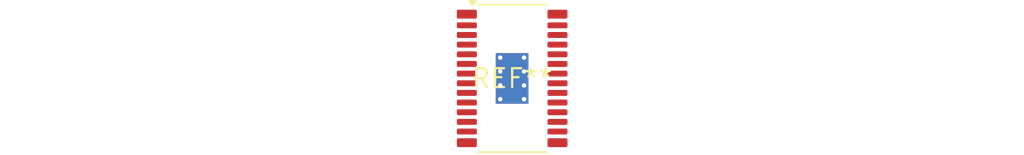
<source format=kicad_pcb>
(kicad_pcb (version 20240108) (generator pcbnew)
  (layers (0 "F.Cu" signal) (31 "B.Cu" signal) (34 "B.Paste" user) (35 "F.Paste" user) (36 "B.SilkS" user "B.Silkscreen") (37 "F.SilkS" user "F.Silkscreen") (38 "B.Mask" user) (39 "F.Mask" user) (44 "Edge.Cuts" user))
  (net 0 "")
  (footprint "NXP_HTSSOP-28-1EP_4.4x9.7mm_P0.65mm_EP2.2x3.4mm_ThermalVias" (layer "F.Cu") (at 0 0)
    (property "Reference" "REF**")
    (property "Value" "NXP_HTSSOP-28-1EP_4.4x9.7mm_P0.65mm_EP2.2x3.4mm_ThermalVias")
    (fp_line (start 0 -4.96) (end -2.31 -4.96) (layer "F.SilkS") (stroke (width 0.12)))
    (fp_line (start 0 -4.96) (end 2.31 -4.96) (layer "F.SilkS") (stroke (width 0.12)))
    (fp_line (start 0 4.96) (end -2.31 4.96) (layer "F.SilkS") (stroke (width 0.12)))
    (fp_line (start 0 4.96) (end 2.31 4.96) (layer "F.SilkS") (stroke (width 0.12)))
    (fp_poly (pts (xy -2.66 -4.89) (xy -2.42 -5.22) (xy -2.9 -5.22) (xy -2.66 -4.89)) (layer "F.SilkS") (stroke (width 0.12)) (fill solid))
    (pad "1" smd roundrect (at -3.05 -4.325) (size 1.35 0.6) (layers "F.Cu" "F.Paste" "F.Mask") (roundrect_rratio 0.1666666667))
    (pad "2" smd roundrect (at -3.05 -3.575) (size 1.35 0.4) (layers "F.Cu" "F.Paste" "F.Mask"))
    (pad "3" smd roundrect (at -3.05 -2.925) (size 1.35 0.4) (layers "F.Cu" "F.Paste" "F.Mask"))
    (pad "4" smd roundrect (at -3.05 -2.275) (size 1.35 0.4) (layers "F.Cu" "F.Paste" "F.Mask"))
    (pad "5" smd roundrect (at -3.05 -1.625) (size 1.35 0.4) (layers "F.Cu" "F.Paste" "F.Mask"))
    (pad "6" smd roundrect (at -3.05 -0.975) (size 1.35 0.4) (layers "F.Cu" "F.Paste" "F.Mask"))
    (pad "7" smd roundrect (at -3.05 -0.325) (size 1.35 0.4) (layers "F.Cu" "F.Paste" "F.Mask"))
    (pad "8" smd roundrect (at -3.05 0.325) (size 1.35 0.4) (layers "F.Cu" "F.Paste" "F.Mask"))
    (pad "9" smd roundrect (at -3.05 0.975) (size 1.35 0.4) (layers "F.Cu" "F.Paste" "F.Mask"))
    (pad "10" smd roundrect (at -3.05 1.625) (size 1.35 0.4) (layers "F.Cu" "F.Paste" "F.Mask"))
    (pad "11" smd roundrect (at -3.05 2.275) (size 1.35 0.4) (layers "F.Cu" "F.Paste" "F.Mask"))
    (pad "12" smd roundrect (at -3.05 2.925) (size 1.35 0.4) (layers "F.Cu" "F.Paste" "F.Mask"))
    (pad "13" smd roundrect (at -3.05 3.575) (size 1.35 0.4) (layers "F.Cu" "F.Paste" "F.Mask"))
    (pad "14" smd roundrect (at -3.05 4.325) (size 1.35 0.6) (layers "F.Cu" "F.Paste" "F.Mask") (roundrect_rratio 0.1666666667))
    (pad "15" smd roundrect (at 3.05 4.325) (size 1.35 0.6) (layers "F.Cu" "F.Paste" "F.Mask") (roundrect_rratio 0.1666666667))
    (pad "16" smd roundrect (at 3.05 3.575) (size 1.35 0.4) (layers "F.Cu" "F.Paste" "F.Mask"))
    (pad "17" smd roundrect (at 3.05 2.925) (size 1.35 0.4) (layers "F.Cu" "F.Paste" "F.Mask"))
    (pad "18" smd roundrect (at 3.05 2.275) (size 1.35 0.4) (layers "F.Cu" "F.Paste" "F.Mask"))
    (pad "19" smd roundrect (at 3.05 1.625) (size 1.35 0.4) (layers "F.Cu" "F.Paste" "F.Mask"))
    (pad "20" smd roundrect (at 3.05 0.975) (size 1.35 0.4) (layers "F.Cu" "F.Paste" "F.Mask"))
    (pad "21" smd roundrect (at 3.05 0.325) (size 1.35 0.4) (layers "F.Cu" "F.Paste" "F.Mask"))
    (pad "22" smd roundrect (at 3.05 -0.325) (size 1.35 0.4) (layers "F.Cu" "F.Paste" "F.Mask"))
    (pad "23" smd roundrect (at 3.05 -0.975) (size 1.35 0.4) (layers "F.Cu" "F.Paste" "F.Mask"))
    (pad "24" smd roundrect (at 3.05 -1.625) (size 1.35 0.4) (layers "F.Cu" "F.Paste" "F.Mask"))
    (pad "25" smd roundrect (at 3.05 -2.275) (size 1.35 0.4) (layers "F.Cu" "F.Paste" "F.Mask"))
    (pad "26" smd roundrect (at 3.05 -2.925) (size 1.35 0.4) (layers "F.Cu" "F.Paste" "F.Mask"))
    (pad "27" smd roundrect (at 3.05 -3.575) (size 1.35 0.4) (layers "F.Cu" "F.Paste" "F.Mask"))
    (pad "28" smd roundrect (at 3.05 -4.325) (size 1.35 0.6) (layers "F.Cu" "F.Paste" "F.Mask") (roundrect_rratio 0.1666666667))
    (pad "29" thru_hole circle (at -0.8 -1.4) (size 0.6 0.6) (drill 0.3) (layers *.Cu) (remove_unused_layers))
    (pad "29" thru_hole circle (at -0.8 -0.47) (size 0.6 0.6) (drill 0.3) (layers *.Cu) (remove_unused_layers))
    (pad "29" thru_hole circle (at -0.8 0.47) (size 0.6 0.6) (drill 0.3) (layers *.Cu) (remove_unused_layers))
    (pad "29" thru_hole circle (at -0.8 1.4) (size 0.6 0.6) (drill 0.3) (layers *.Cu) (remove_unused_layers))
    (pad "29" smd rect (at 0 0) (size 2.2 3.4) (layers "F.Cu" "F.Mask"))
    (pad "29" smd rect (at 0 0) (size 2.2 3.4) (layers "B.Cu"))
    (pad "29" thru_hole circle (at 0.8 -1.4) (size 0.6 0.6) (drill 0.3) (layers *.Cu) (remove_unused_layers))
    (pad "29" thru_hole circle (at 0.8 -0.47) (size 0.6 0.6) (drill 0.3) (layers *.Cu) (remove_unused_layers))
    (pad "29" thru_hole circle (at 0.8 0.47) (size 0.6 0.6) (drill 0.3) (layers *.Cu) (remove_unused_layers))
    (pad "29" thru_hole circle (at 0.8 1.4) (size 0.6 0.6) (drill 0.3) (layers *.Cu) (remove_unused_layers))
  )
)
</source>
